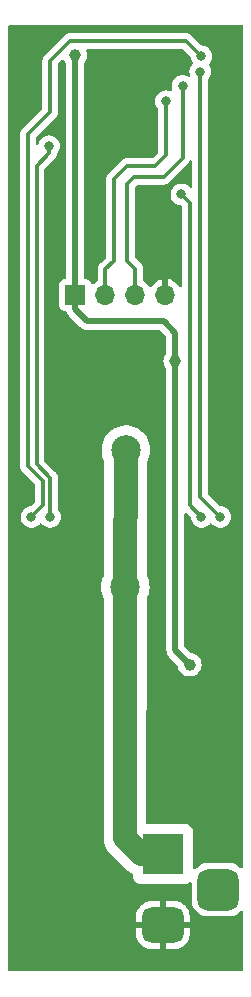
<source format=gbl>
%TF.GenerationSoftware,KiCad,Pcbnew,(6.0.2)*%
%TF.CreationDate,2022-02-19T19:11:57+01:00*%
%TF.ProjectId,hexalight,68657861-6c69-4676-9874-2e6b69636164,rev?*%
%TF.SameCoordinates,Original*%
%TF.FileFunction,Copper,L2,Bot*%
%TF.FilePolarity,Positive*%
%FSLAX46Y46*%
G04 Gerber Fmt 4.6, Leading zero omitted, Abs format (unit mm)*
G04 Created by KiCad (PCBNEW (6.0.2)) date 2022-02-19 19:11:57*
%MOMM*%
%LPD*%
G01*
G04 APERTURE LIST*
G04 Aperture macros list*
%AMRoundRect*
0 Rectangle with rounded corners*
0 $1 Rounding radius*
0 $2 $3 $4 $5 $6 $7 $8 $9 X,Y pos of 4 corners*
0 Add a 4 corners polygon primitive as box body*
4,1,4,$2,$3,$4,$5,$6,$7,$8,$9,$2,$3,0*
0 Add four circle primitives for the rounded corners*
1,1,$1+$1,$2,$3*
1,1,$1+$1,$4,$5*
1,1,$1+$1,$6,$7*
1,1,$1+$1,$8,$9*
0 Add four rect primitives between the rounded corners*
20,1,$1+$1,$2,$3,$4,$5,0*
20,1,$1+$1,$4,$5,$6,$7,0*
20,1,$1+$1,$6,$7,$8,$9,0*
20,1,$1+$1,$8,$9,$2,$3,0*%
G04 Aperture macros list end*
%TA.AperFunction,ComponentPad*%
%ADD10R,1.700000X1.700000*%
%TD*%
%TA.AperFunction,ComponentPad*%
%ADD11O,1.700000X1.700000*%
%TD*%
%TA.AperFunction,ComponentPad*%
%ADD12R,3.500000X3.500000*%
%TD*%
%TA.AperFunction,ComponentPad*%
%ADD13RoundRect,0.750000X1.000000X-0.750000X1.000000X0.750000X-1.000000X0.750000X-1.000000X-0.750000X0*%
%TD*%
%TA.AperFunction,ComponentPad*%
%ADD14RoundRect,0.875000X0.875000X-0.875000X0.875000X0.875000X-0.875000X0.875000X-0.875000X-0.875000X0*%
%TD*%
%TA.AperFunction,ViaPad*%
%ADD15C,1.000000*%
%TD*%
%TA.AperFunction,ViaPad*%
%ADD16C,2.500000*%
%TD*%
%TA.AperFunction,ViaPad*%
%ADD17C,0.800000*%
%TD*%
%TA.AperFunction,Conductor*%
%ADD18C,0.500000*%
%TD*%
%TA.AperFunction,Conductor*%
%ADD19C,2.000000*%
%TD*%
%TA.AperFunction,Conductor*%
%ADD20C,0.300000*%
%TD*%
G04 APERTURE END LIST*
D10*
X144028000Y-67310000D03*
D11*
X146568000Y-67310000D03*
X149108000Y-67310000D03*
X151648000Y-67310000D03*
D12*
X151442500Y-114650000D03*
D13*
X151442500Y-120650000D03*
D14*
X156142500Y-117650000D03*
D15*
X151130000Y-60960000D03*
X142400000Y-60900000D03*
X145700000Y-60900000D03*
X142300000Y-109900000D03*
X154700000Y-94300000D03*
X147701000Y-50165000D03*
X145669000Y-56769000D03*
X141660000Y-45740000D03*
X141900000Y-78000000D03*
X153700000Y-98600000D03*
X152500000Y-72900000D03*
X144000000Y-47000000D03*
D16*
X148258886Y-92048886D03*
X148300000Y-80400000D03*
D17*
X141800000Y-54700000D03*
X141900000Y-86100000D03*
X153000000Y-58800000D03*
X154700000Y-86100000D03*
X151700000Y-50900000D03*
X153100000Y-49600000D03*
X154600000Y-48400000D03*
X156300000Y-86100000D03*
X140300000Y-86100000D03*
X154700000Y-47100000D03*
D18*
X152500000Y-97400000D02*
X152500000Y-71800000D01*
X144028000Y-67310000D02*
X144028000Y-47028000D01*
X145000000Y-69500000D02*
X144028000Y-68528000D01*
X144028000Y-68528000D02*
X144028000Y-67310000D01*
X152500000Y-70500000D02*
X151500000Y-69500000D01*
X151500000Y-69500000D02*
X145000000Y-69500000D01*
X144028000Y-47028000D02*
X144000000Y-47000000D01*
X152500000Y-71800000D02*
X152500000Y-70500000D01*
X153700000Y-98600000D02*
X152500000Y-97400000D01*
D19*
X148258886Y-92048886D02*
X148280000Y-80510000D01*
X151442500Y-114650000D02*
X149570000Y-114650000D01*
X149570000Y-114650000D02*
X148220000Y-113300000D01*
X148220000Y-113300000D02*
X148258886Y-92048886D01*
D20*
X141900000Y-86100000D02*
X141900000Y-82800000D01*
X140750489Y-81650489D02*
X140750489Y-56349511D01*
X140750489Y-56349511D02*
X141800000Y-55300000D01*
X141800000Y-55300000D02*
X141800000Y-54700000D01*
X141900000Y-82800000D02*
X140750489Y-81650489D01*
X153700000Y-85100000D02*
X153700000Y-59500000D01*
X154700000Y-86100000D02*
X153700000Y-85100000D01*
X153700000Y-59500000D02*
X153000000Y-58800000D01*
X146568000Y-65132000D02*
X147300000Y-64400000D01*
X150800000Y-56400000D02*
X151700000Y-55500000D01*
X148400000Y-56400000D02*
X150800000Y-56400000D01*
X151700000Y-55500000D02*
X151700000Y-50900000D01*
X147300000Y-57500000D02*
X148400000Y-56400000D01*
X147300000Y-64400000D02*
X147300000Y-57500000D01*
X146568000Y-67310000D02*
X146568000Y-65132000D01*
X149000000Y-57300000D02*
X151500000Y-57300000D01*
X149108000Y-65108000D02*
X148400000Y-64400000D01*
X149108000Y-67310000D02*
X149108000Y-65108000D01*
X151500000Y-57300000D02*
X153100000Y-55700000D01*
X148400000Y-57900000D02*
X149000000Y-57300000D01*
X148400000Y-64400000D02*
X148400000Y-57900000D01*
X153100000Y-55700000D02*
X153100000Y-49600000D01*
X156300000Y-86100000D02*
X154600000Y-84400000D01*
X154600000Y-84400000D02*
X154600000Y-48400000D01*
X141900000Y-47474345D02*
X143574345Y-45800000D01*
X143574345Y-45800000D02*
X153400000Y-45800000D01*
X140300000Y-86100000D02*
X141300480Y-85099520D01*
X141900000Y-51800000D02*
X141900000Y-47474345D01*
X140000000Y-53700000D02*
X141900000Y-51800000D01*
X153400000Y-45800000D02*
X154700000Y-47100000D01*
X141300480Y-85099520D02*
X141300480Y-83100000D01*
X140000000Y-81799520D02*
X140000000Y-53700000D01*
X141300480Y-83100000D02*
X140000000Y-81799520D01*
%TA.AperFunction,Conductor*%
G36*
X158184121Y-44470002D02*
G01*
X158230614Y-44523658D01*
X158242000Y-44576000D01*
X158242000Y-115736087D01*
X158221998Y-115804208D01*
X158168342Y-115850701D01*
X158098068Y-115860805D01*
X158033488Y-115831311D01*
X158019690Y-115817330D01*
X158002753Y-115797252D01*
X157999319Y-115793181D01*
X157819856Y-115641791D01*
X157617452Y-115522804D01*
X157397893Y-115439620D01*
X157167457Y-115394619D01*
X157161727Y-115394309D01*
X157111552Y-115391591D01*
X157111537Y-115391591D01*
X157109864Y-115391500D01*
X155175136Y-115391500D01*
X155173463Y-115391591D01*
X155173448Y-115391591D01*
X155123273Y-115394309D01*
X155117543Y-115394619D01*
X154887107Y-115439620D01*
X154667548Y-115522804D01*
X154465144Y-115641791D01*
X154285681Y-115793181D01*
X154282247Y-115797252D01*
X154282241Y-115797258D01*
X154215309Y-115876602D01*
X154156097Y-115915774D01*
X154085107Y-115916715D01*
X154024877Y-115879126D01*
X153994531Y-115814942D01*
X153993000Y-115795359D01*
X153992999Y-112813957D01*
X153992999Y-112812164D01*
X153992726Y-112807411D01*
X153952327Y-112632423D01*
X153874164Y-112470734D01*
X153762120Y-112330380D01*
X153621766Y-112218336D01*
X153460077Y-112140173D01*
X153453216Y-112138589D01*
X153290288Y-112100974D01*
X153290285Y-112100974D01*
X153285089Y-112099774D01*
X153280337Y-112099500D01*
X153233936Y-112099500D01*
X150148931Y-112099501D01*
X150080810Y-112079499D01*
X150034317Y-112025843D01*
X150022931Y-111973270D01*
X150057529Y-93065345D01*
X150072798Y-93005454D01*
X150125581Y-92908240D01*
X150125582Y-92908238D01*
X150127631Y-92904464D01*
X150226456Y-92642930D01*
X150288873Y-92370404D01*
X150313726Y-92091929D01*
X150314177Y-92048886D01*
X150314008Y-92046406D01*
X150295453Y-91774228D01*
X150295452Y-91774222D01*
X150295161Y-91769951D01*
X150291633Y-91752912D01*
X150239336Y-91500384D01*
X150238465Y-91496178D01*
X150232620Y-91479670D01*
X150146570Y-91236673D01*
X150145139Y-91232632D01*
X150143175Y-91228827D01*
X150143169Y-91228813D01*
X150075271Y-91097265D01*
X150061236Y-91039244D01*
X150078777Y-81453048D01*
X150094046Y-81393157D01*
X150166695Y-81259354D01*
X150166696Y-81259352D01*
X150168745Y-81255578D01*
X150267570Y-80994044D01*
X150329987Y-80721518D01*
X150354840Y-80443043D01*
X150355291Y-80400000D01*
X150355122Y-80397520D01*
X150336567Y-80125342D01*
X150336566Y-80125336D01*
X150336275Y-80121065D01*
X150332747Y-80104026D01*
X150280450Y-79851498D01*
X150279579Y-79847292D01*
X150273734Y-79830784D01*
X150187684Y-79587787D01*
X150186253Y-79583746D01*
X150058022Y-79335304D01*
X149897261Y-79106563D01*
X149881785Y-79089908D01*
X149709861Y-78904896D01*
X149709860Y-78904895D01*
X149706944Y-78901757D01*
X149490591Y-78724675D01*
X149252208Y-78578594D01*
X149234738Y-78570925D01*
X149000133Y-78467940D01*
X149000129Y-78467939D01*
X148996205Y-78466216D01*
X148727319Y-78389622D01*
X148521307Y-78360302D01*
X148454778Y-78350834D01*
X148454776Y-78350834D01*
X148450526Y-78350229D01*
X148303177Y-78349457D01*
X148175233Y-78348787D01*
X148175226Y-78348787D01*
X148170947Y-78348765D01*
X148166703Y-78349324D01*
X148166699Y-78349324D01*
X148045358Y-78365299D01*
X147893757Y-78385257D01*
X147889617Y-78386390D01*
X147889615Y-78386390D01*
X147628228Y-78457898D01*
X147624083Y-78459032D01*
X147366917Y-78568722D01*
X147222110Y-78655388D01*
X147130700Y-78710095D01*
X147130696Y-78710098D01*
X147127018Y-78712299D01*
X146908823Y-78887106D01*
X146716371Y-79089908D01*
X146553223Y-79316952D01*
X146422398Y-79564038D01*
X146326317Y-79826592D01*
X146266757Y-80099757D01*
X146244822Y-80378477D01*
X146260916Y-80657596D01*
X146314741Y-80931948D01*
X146405303Y-81196457D01*
X146407225Y-81200278D01*
X146407226Y-81200281D01*
X146464487Y-81314130D01*
X146477922Y-81370976D01*
X146460243Y-91032730D01*
X146445597Y-91091458D01*
X146381284Y-91212924D01*
X146285203Y-91475478D01*
X146225643Y-91748643D01*
X146203708Y-92027363D01*
X146219802Y-92306482D01*
X146273627Y-92580834D01*
X146364189Y-92845343D01*
X146366116Y-92849174D01*
X146443099Y-93002238D01*
X146456534Y-93059083D01*
X146419603Y-113242289D01*
X146419400Y-113249202D01*
X146414726Y-113331511D01*
X146415155Y-113336175D01*
X146425270Y-113446260D01*
X146425465Y-113448635D01*
X146433798Y-113563609D01*
X146434821Y-113568168D01*
X146435836Y-113572695D01*
X146438362Y-113588736D01*
X146439213Y-113598001D01*
X146440324Y-113602541D01*
X146466599Y-113709920D01*
X146467154Y-113712285D01*
X146492382Y-113824731D01*
X146494067Y-113829089D01*
X146494070Y-113829097D01*
X146495740Y-113833415D01*
X146500610Y-113848909D01*
X146502821Y-113857945D01*
X146504590Y-113862269D01*
X146504591Y-113862272D01*
X146546437Y-113964556D01*
X146547336Y-113966815D01*
X146587231Y-114069966D01*
X146587235Y-114069974D01*
X146588918Y-114074326D01*
X146593519Y-114082410D01*
X146600630Y-114097025D01*
X146602378Y-114101297D01*
X146604152Y-114105632D01*
X146606543Y-114109651D01*
X146606547Y-114109659D01*
X146663058Y-114204646D01*
X146664280Y-114206744D01*
X146721287Y-114306909D01*
X146727040Y-114314234D01*
X146736217Y-114327613D01*
X146740981Y-114335621D01*
X146743937Y-114339239D01*
X146743942Y-114339246D01*
X146813896Y-114424864D01*
X146815416Y-114426761D01*
X146883690Y-114513694D01*
X146883694Y-114513699D01*
X146886580Y-114517373D01*
X146889983Y-114520586D01*
X146965884Y-114592249D01*
X146968478Y-114594770D01*
X148257150Y-115883441D01*
X148262058Y-115888635D01*
X148286281Y-115915774D01*
X148315760Y-115948803D01*
X148405790Y-116023679D01*
X148407376Y-116025023D01*
X148492474Y-116098350D01*
X148492480Y-116098354D01*
X148496018Y-116101403D01*
X148499974Y-116103899D01*
X148502391Y-116105424D01*
X148515725Y-116115112D01*
X148521512Y-116119925D01*
X148612352Y-116175048D01*
X148621490Y-116180593D01*
X148623361Y-116181750D01*
X148722346Y-116244205D01*
X148726632Y-116246091D01*
X148726636Y-116246093D01*
X148729244Y-116247241D01*
X148743851Y-116254844D01*
X148750298Y-116258756D01*
X148814728Y-116285774D01*
X148869813Y-116330562D01*
X148892001Y-116401970D01*
X148892001Y-116487836D01*
X148892274Y-116492589D01*
X148932673Y-116667577D01*
X149010836Y-116829266D01*
X149122880Y-116969620D01*
X149263234Y-117081664D01*
X149424923Y-117159827D01*
X149431784Y-117161411D01*
X149594712Y-117199026D01*
X149594715Y-117199026D01*
X149599911Y-117200226D01*
X149604663Y-117200500D01*
X149606487Y-117200500D01*
X151458251Y-117200499D01*
X153280336Y-117200499D01*
X153285089Y-117200226D01*
X153460077Y-117159827D01*
X153621766Y-117081664D01*
X153679392Y-117035662D01*
X153745107Y-117008794D01*
X153814917Y-117021721D01*
X153866656Y-117070338D01*
X153884000Y-117134133D01*
X153884000Y-118617364D01*
X153884091Y-118619037D01*
X153884091Y-118619052D01*
X153885652Y-118647865D01*
X153887119Y-118674957D01*
X153932120Y-118905393D01*
X154015304Y-119124952D01*
X154134291Y-119327356D01*
X154285681Y-119506819D01*
X154465144Y-119658209D01*
X154667548Y-119777196D01*
X154887107Y-119860380D01*
X155117543Y-119905381D01*
X155121901Y-119905617D01*
X155173448Y-119908409D01*
X155173463Y-119908409D01*
X155175136Y-119908500D01*
X157109864Y-119908500D01*
X157111537Y-119908409D01*
X157111552Y-119908409D01*
X157163099Y-119905617D01*
X157167457Y-119905381D01*
X157397893Y-119860380D01*
X157617452Y-119777196D01*
X157819856Y-119658209D01*
X157999319Y-119506819D01*
X158019691Y-119482669D01*
X158078902Y-119443498D01*
X158149893Y-119442557D01*
X158210122Y-119480146D01*
X158240469Y-119544330D01*
X158242000Y-119563913D01*
X158242000Y-124461000D01*
X158221998Y-124529121D01*
X158168342Y-124575614D01*
X158116000Y-124587000D01*
X138429000Y-124587000D01*
X138360879Y-124566998D01*
X138314386Y-124513342D01*
X138303000Y-124461000D01*
X138303000Y-121459961D01*
X149184501Y-121459961D01*
X149184709Y-121465071D01*
X149195582Y-121598767D01*
X149197352Y-121609320D01*
X149250467Y-121816185D01*
X149254201Y-121826731D01*
X149343010Y-122020705D01*
X149348546Y-122030412D01*
X149470303Y-122205597D01*
X149477476Y-122214176D01*
X149628324Y-122365024D01*
X149636903Y-122372197D01*
X149812088Y-122493954D01*
X149821795Y-122499490D01*
X150015769Y-122588299D01*
X150026315Y-122592033D01*
X150233179Y-122645147D01*
X150243734Y-122646918D01*
X150377430Y-122657793D01*
X150382536Y-122658000D01*
X151170385Y-122658000D01*
X151185624Y-122653525D01*
X151186829Y-122652135D01*
X151188500Y-122644452D01*
X151188500Y-122639884D01*
X151696500Y-122639884D01*
X151700975Y-122655123D01*
X151702365Y-122656328D01*
X151710048Y-122657999D01*
X152502461Y-122657999D01*
X152507571Y-122657791D01*
X152641267Y-122646918D01*
X152651820Y-122645148D01*
X152858685Y-122592033D01*
X152869231Y-122588299D01*
X153063205Y-122499490D01*
X153072912Y-122493954D01*
X153248097Y-122372197D01*
X153256676Y-122365024D01*
X153407524Y-122214176D01*
X153414697Y-122205597D01*
X153536454Y-122030412D01*
X153541990Y-122020705D01*
X153630799Y-121826731D01*
X153634533Y-121816185D01*
X153687647Y-121609321D01*
X153689418Y-121598766D01*
X153700293Y-121465070D01*
X153700500Y-121459964D01*
X153700500Y-120922115D01*
X153696025Y-120906876D01*
X153694635Y-120905671D01*
X153686952Y-120904000D01*
X151714615Y-120904000D01*
X151699376Y-120908475D01*
X151698171Y-120909865D01*
X151696500Y-120917548D01*
X151696500Y-122639884D01*
X151188500Y-122639884D01*
X151188500Y-120922115D01*
X151184025Y-120906876D01*
X151182635Y-120905671D01*
X151174952Y-120904000D01*
X149202616Y-120904000D01*
X149187377Y-120908475D01*
X149186172Y-120909865D01*
X149184501Y-120917548D01*
X149184501Y-121459961D01*
X138303000Y-121459961D01*
X138303000Y-120377885D01*
X149184500Y-120377885D01*
X149188975Y-120393124D01*
X149190365Y-120394329D01*
X149198048Y-120396000D01*
X151170385Y-120396000D01*
X151185624Y-120391525D01*
X151186829Y-120390135D01*
X151188500Y-120382452D01*
X151188500Y-120377885D01*
X151696500Y-120377885D01*
X151700975Y-120393124D01*
X151702365Y-120394329D01*
X151710048Y-120396000D01*
X153682384Y-120396000D01*
X153697623Y-120391525D01*
X153698828Y-120390135D01*
X153700499Y-120382452D01*
X153700499Y-119840039D01*
X153700291Y-119834929D01*
X153689418Y-119701233D01*
X153687648Y-119690680D01*
X153634533Y-119483815D01*
X153630799Y-119473269D01*
X153541990Y-119279295D01*
X153536454Y-119269588D01*
X153414697Y-119094403D01*
X153407524Y-119085824D01*
X153256676Y-118934976D01*
X153248097Y-118927803D01*
X153072912Y-118806046D01*
X153063205Y-118800510D01*
X152869231Y-118711701D01*
X152858685Y-118707967D01*
X152651821Y-118654853D01*
X152641266Y-118653082D01*
X152507570Y-118642207D01*
X152502464Y-118642000D01*
X151714615Y-118642000D01*
X151699376Y-118646475D01*
X151698171Y-118647865D01*
X151696500Y-118655548D01*
X151696500Y-120377885D01*
X151188500Y-120377885D01*
X151188500Y-118660116D01*
X151184025Y-118644877D01*
X151182635Y-118643672D01*
X151174952Y-118642001D01*
X150382539Y-118642001D01*
X150377429Y-118642209D01*
X150243733Y-118653082D01*
X150233180Y-118654852D01*
X150026315Y-118707967D01*
X150015769Y-118711701D01*
X149821795Y-118800510D01*
X149812088Y-118806046D01*
X149636903Y-118927803D01*
X149628324Y-118934976D01*
X149477476Y-119085824D01*
X149470303Y-119094403D01*
X149348546Y-119269588D01*
X149343010Y-119279295D01*
X149254201Y-119473269D01*
X149250467Y-119483815D01*
X149197353Y-119690679D01*
X149195582Y-119701234D01*
X149184707Y-119834930D01*
X149184500Y-119840036D01*
X149184500Y-120377885D01*
X138303000Y-120377885D01*
X138303000Y-53679152D01*
X139336594Y-53679152D01*
X139337340Y-53687043D01*
X139340941Y-53725138D01*
X139341500Y-53736996D01*
X139341500Y-81717464D01*
X139340941Y-81729320D01*
X139339212Y-81737057D01*
X139339461Y-81744979D01*
X139341438Y-81807889D01*
X139341500Y-81811847D01*
X139341500Y-81840952D01*
X139342056Y-81845352D01*
X139342988Y-81857184D01*
X139344438Y-81903351D01*
X139346650Y-81910964D01*
X139346650Y-81910965D01*
X139350419Y-81923936D01*
X139354430Y-81943302D01*
X139357118Y-81964584D01*
X139360034Y-81971949D01*
X139360035Y-81971953D01*
X139374126Y-82007541D01*
X139377965Y-82018751D01*
X139390855Y-82063120D01*
X139401775Y-82081585D01*
X139410466Y-82099325D01*
X139418365Y-82119276D01*
X139445516Y-82156646D01*
X139452033Y-82166568D01*
X139471507Y-82199497D01*
X139471510Y-82199501D01*
X139475547Y-82206327D01*
X139490711Y-82221491D01*
X139503551Y-82236524D01*
X139516159Y-82253877D01*
X139551752Y-82283322D01*
X139560532Y-82291312D01*
X140605075Y-83335854D01*
X140639100Y-83398166D01*
X140641980Y-83424949D01*
X140641980Y-84774570D01*
X140621978Y-84842691D01*
X140605075Y-84863666D01*
X140314144Y-85154596D01*
X140251832Y-85188621D01*
X140225049Y-85191500D01*
X140204513Y-85191500D01*
X140198061Y-85192872D01*
X140198056Y-85192872D01*
X140111112Y-85211353D01*
X140017712Y-85231206D01*
X140011682Y-85233891D01*
X140011681Y-85233891D01*
X139849278Y-85306197D01*
X139849276Y-85306198D01*
X139843248Y-85308882D01*
X139688747Y-85421134D01*
X139560960Y-85563056D01*
X139465473Y-85728444D01*
X139406458Y-85910072D01*
X139386496Y-86100000D01*
X139406458Y-86289928D01*
X139465473Y-86471556D01*
X139560960Y-86636944D01*
X139565378Y-86641851D01*
X139565379Y-86641852D01*
X139684325Y-86773955D01*
X139688747Y-86778866D01*
X139843248Y-86891118D01*
X139849276Y-86893802D01*
X139849278Y-86893803D01*
X140011681Y-86966109D01*
X140017712Y-86968794D01*
X140111112Y-86988647D01*
X140198056Y-87007128D01*
X140198061Y-87007128D01*
X140204513Y-87008500D01*
X140395487Y-87008500D01*
X140401939Y-87007128D01*
X140401944Y-87007128D01*
X140488888Y-86988647D01*
X140582288Y-86968794D01*
X140588319Y-86966109D01*
X140750722Y-86893803D01*
X140750724Y-86893802D01*
X140756752Y-86891118D01*
X140911253Y-86778866D01*
X141006365Y-86673233D01*
X141066810Y-86635994D01*
X141137793Y-86637346D01*
X141193635Y-86673233D01*
X141288747Y-86778866D01*
X141443248Y-86891118D01*
X141449276Y-86893802D01*
X141449278Y-86893803D01*
X141611681Y-86966109D01*
X141617712Y-86968794D01*
X141711112Y-86988647D01*
X141798056Y-87007128D01*
X141798061Y-87007128D01*
X141804513Y-87008500D01*
X141995487Y-87008500D01*
X142001939Y-87007128D01*
X142001944Y-87007128D01*
X142088888Y-86988647D01*
X142182288Y-86968794D01*
X142188319Y-86966109D01*
X142350722Y-86893803D01*
X142350724Y-86893802D01*
X142356752Y-86891118D01*
X142511253Y-86778866D01*
X142515675Y-86773955D01*
X142634621Y-86641852D01*
X142634622Y-86641851D01*
X142639040Y-86636944D01*
X142734527Y-86471556D01*
X142793542Y-86289928D01*
X142813504Y-86100000D01*
X142793542Y-85910072D01*
X142734527Y-85728444D01*
X142639040Y-85563056D01*
X142590864Y-85509551D01*
X142560146Y-85445544D01*
X142558500Y-85425241D01*
X142558500Y-82882056D01*
X142559059Y-82870200D01*
X142559059Y-82870197D01*
X142560788Y-82862463D01*
X142558562Y-82791631D01*
X142558500Y-82787673D01*
X142558500Y-82758568D01*
X142557944Y-82754168D01*
X142557012Y-82742330D01*
X142555811Y-82704094D01*
X142555562Y-82696169D01*
X142549580Y-82675579D01*
X142545570Y-82656216D01*
X142543875Y-82642796D01*
X142543875Y-82642795D01*
X142542882Y-82634936D01*
X142539966Y-82627571D01*
X142539965Y-82627567D01*
X142525874Y-82591979D01*
X142522035Y-82580769D01*
X142509145Y-82536400D01*
X142498225Y-82517935D01*
X142489534Y-82500195D01*
X142481635Y-82480244D01*
X142454482Y-82442871D01*
X142447967Y-82432952D01*
X142428493Y-82400023D01*
X142428490Y-82400019D01*
X142424453Y-82393193D01*
X142409289Y-82378029D01*
X142396448Y-82362995D01*
X142388501Y-82352057D01*
X142383841Y-82345643D01*
X142348247Y-82316197D01*
X142339468Y-82308208D01*
X141445894Y-81414634D01*
X141411868Y-81352322D01*
X141408989Y-81325539D01*
X141408989Y-56674461D01*
X141428991Y-56606340D01*
X141445894Y-56585366D01*
X142207605Y-55823655D01*
X142216385Y-55815665D01*
X142216387Y-55815663D01*
X142223080Y-55811416D01*
X142271605Y-55759742D01*
X142274359Y-55756901D01*
X142294927Y-55736333D01*
X142297647Y-55732826D01*
X142305353Y-55723804D01*
X142331544Y-55695913D01*
X142336972Y-55690133D01*
X142340794Y-55683181D01*
X142347303Y-55671342D01*
X142358157Y-55654818D01*
X142366445Y-55644132D01*
X142371304Y-55637868D01*
X142374452Y-55630594D01*
X142389654Y-55595465D01*
X142394876Y-55584805D01*
X142413305Y-55551284D01*
X142413306Y-55551282D01*
X142417124Y-55544337D01*
X142422459Y-55523559D01*
X142428858Y-55504869D01*
X142437380Y-55485176D01*
X142444606Y-55439552D01*
X142447013Y-55427929D01*
X142456528Y-55390868D01*
X142458500Y-55383188D01*
X142458500Y-55374761D01*
X142458610Y-55374385D01*
X142459493Y-55367398D01*
X142460620Y-55367540D01*
X142478502Y-55306640D01*
X142490863Y-55290451D01*
X142534620Y-55241853D01*
X142539040Y-55236944D01*
X142546859Y-55223402D01*
X142631223Y-55077279D01*
X142631224Y-55077278D01*
X142634527Y-55071556D01*
X142693542Y-54889928D01*
X142713504Y-54700000D01*
X142693542Y-54510072D01*
X142634527Y-54328444D01*
X142539040Y-54163056D01*
X142411253Y-54021134D01*
X142256752Y-53908882D01*
X142250724Y-53906198D01*
X142250722Y-53906197D01*
X142088319Y-53833891D01*
X142088318Y-53833891D01*
X142082288Y-53831206D01*
X141988887Y-53811353D01*
X141901944Y-53792872D01*
X141901939Y-53792872D01*
X141895487Y-53791500D01*
X141704513Y-53791500D01*
X141698061Y-53792872D01*
X141698056Y-53792872D01*
X141611113Y-53811353D01*
X141517712Y-53831206D01*
X141511682Y-53833891D01*
X141511681Y-53833891D01*
X141349278Y-53906197D01*
X141349276Y-53906198D01*
X141343248Y-53908882D01*
X141188747Y-54021134D01*
X141060960Y-54163056D01*
X140965473Y-54328444D01*
X140906458Y-54510072D01*
X140906295Y-54510019D01*
X140874018Y-54569804D01*
X140811868Y-54604125D01*
X140741029Y-54599397D01*
X140683992Y-54557121D01*
X140658865Y-54490719D01*
X140658500Y-54481133D01*
X140658500Y-54024950D01*
X140678502Y-53956829D01*
X140695405Y-53935855D01*
X142307605Y-52323655D01*
X142316385Y-52315665D01*
X142316387Y-52315663D01*
X142323080Y-52311416D01*
X142371605Y-52259742D01*
X142374359Y-52256901D01*
X142394927Y-52236333D01*
X142397647Y-52232826D01*
X142405353Y-52223804D01*
X142431544Y-52195913D01*
X142436972Y-52190133D01*
X142440794Y-52183181D01*
X142447303Y-52171342D01*
X142458157Y-52154818D01*
X142466445Y-52144132D01*
X142471304Y-52137868D01*
X142474452Y-52130594D01*
X142489654Y-52095465D01*
X142494876Y-52084805D01*
X142513305Y-52051284D01*
X142513306Y-52051282D01*
X142517124Y-52044337D01*
X142522459Y-52023559D01*
X142528858Y-52004869D01*
X142537380Y-51985176D01*
X142544606Y-51939552D01*
X142547013Y-51927929D01*
X142556528Y-51890868D01*
X142558500Y-51883188D01*
X142558500Y-51861741D01*
X142560051Y-51842031D01*
X142562166Y-51828677D01*
X142563406Y-51820848D01*
X142559059Y-51774859D01*
X142558500Y-51763004D01*
X142558500Y-47799296D01*
X142578502Y-47731175D01*
X142595404Y-47710201D01*
X142893092Y-47412513D01*
X142955404Y-47378488D01*
X143026219Y-47383552D01*
X143083055Y-47426099D01*
X143094253Y-47444013D01*
X143111350Y-47477279D01*
X143148187Y-47548956D01*
X143152013Y-47553783D01*
X143242246Y-47667630D01*
X143268883Y-47733440D01*
X143269500Y-47745894D01*
X143269500Y-65825500D01*
X143249498Y-65893621D01*
X143195842Y-65940114D01*
X143143500Y-65951500D01*
X143129866Y-65951500D01*
X143067684Y-65958255D01*
X142931295Y-66009385D01*
X142814739Y-66096739D01*
X142727385Y-66213295D01*
X142676255Y-66349684D01*
X142669500Y-66411866D01*
X142669500Y-68208134D01*
X142676255Y-68270316D01*
X142727385Y-68406705D01*
X142814739Y-68523261D01*
X142931295Y-68610615D01*
X143067684Y-68661745D01*
X143129866Y-68668500D01*
X143183740Y-68668500D01*
X143251861Y-68688502D01*
X143298354Y-68742158D01*
X143302179Y-68751509D01*
X143309724Y-68772295D01*
X143311152Y-68776455D01*
X143333649Y-68845899D01*
X143337445Y-68852154D01*
X143339951Y-68857628D01*
X143342670Y-68863058D01*
X143345167Y-68869937D01*
X143349180Y-68876057D01*
X143349180Y-68876058D01*
X143385186Y-68930976D01*
X143387523Y-68934680D01*
X143425405Y-68997107D01*
X143429121Y-69001315D01*
X143429122Y-69001316D01*
X143432803Y-69005484D01*
X143432776Y-69005508D01*
X143435429Y-69008500D01*
X143438132Y-69011733D01*
X143442144Y-69017852D01*
X143447456Y-69022884D01*
X143498383Y-69071128D01*
X143500825Y-69073506D01*
X144416230Y-69988911D01*
X144428616Y-70003323D01*
X144437149Y-70014918D01*
X144437154Y-70014923D01*
X144441492Y-70020818D01*
X144447070Y-70025557D01*
X144447073Y-70025560D01*
X144481768Y-70055035D01*
X144489284Y-70061965D01*
X144494980Y-70067661D01*
X144497841Y-70069924D01*
X144497846Y-70069929D01*
X144517256Y-70085285D01*
X144520658Y-70088074D01*
X144576285Y-70135333D01*
X144582802Y-70138661D01*
X144587850Y-70142027D01*
X144592972Y-70145190D01*
X144598716Y-70149735D01*
X144664895Y-70180664D01*
X144668779Y-70182563D01*
X144733808Y-70215769D01*
X144740923Y-70217510D01*
X144746578Y-70219613D01*
X144752317Y-70221522D01*
X144758950Y-70224622D01*
X144830435Y-70239491D01*
X144834701Y-70240457D01*
X144905610Y-70257808D01*
X144911212Y-70258156D01*
X144911215Y-70258156D01*
X144916764Y-70258500D01*
X144916762Y-70258535D01*
X144920734Y-70258775D01*
X144924955Y-70259152D01*
X144932115Y-70260641D01*
X145009542Y-70258546D01*
X145012950Y-70258500D01*
X151133629Y-70258500D01*
X151201750Y-70278502D01*
X151222724Y-70295405D01*
X151704595Y-70777276D01*
X151738621Y-70839588D01*
X151741500Y-70866371D01*
X151741500Y-72189071D01*
X151721498Y-72257192D01*
X151712030Y-72270051D01*
X151663846Y-72327474D01*
X151660879Y-72332872D01*
X151660875Y-72332877D01*
X151582095Y-72476180D01*
X151568567Y-72500787D01*
X151508765Y-72689306D01*
X151486719Y-72885851D01*
X151503268Y-73082934D01*
X151557783Y-73273050D01*
X151648187Y-73448956D01*
X151652010Y-73453780D01*
X151652013Y-73453784D01*
X151714246Y-73532303D01*
X151740883Y-73598113D01*
X151741500Y-73610567D01*
X151741500Y-97332930D01*
X151740067Y-97351880D01*
X151736801Y-97373349D01*
X151737394Y-97380641D01*
X151737394Y-97380644D01*
X151741085Y-97426018D01*
X151741500Y-97436233D01*
X151741500Y-97444293D01*
X151741925Y-97447937D01*
X151744789Y-97472507D01*
X151745222Y-97476882D01*
X151751140Y-97549637D01*
X151753396Y-97556601D01*
X151754587Y-97562560D01*
X151755971Y-97568415D01*
X151756818Y-97575681D01*
X151781735Y-97644327D01*
X151783152Y-97648455D01*
X151805649Y-97717899D01*
X151809445Y-97724154D01*
X151811951Y-97729628D01*
X151814670Y-97735058D01*
X151817167Y-97741937D01*
X151821180Y-97748057D01*
X151821180Y-97748058D01*
X151857186Y-97802976D01*
X151859523Y-97806680D01*
X151897405Y-97869107D01*
X151901121Y-97873315D01*
X151901122Y-97873316D01*
X151904803Y-97877484D01*
X151904776Y-97877508D01*
X151907429Y-97880500D01*
X151910132Y-97883733D01*
X151914144Y-97889852D01*
X151919456Y-97894884D01*
X151970383Y-97943128D01*
X151972825Y-97945506D01*
X152660856Y-98633537D01*
X152694882Y-98695849D01*
X152697319Y-98712089D01*
X152703268Y-98782934D01*
X152757783Y-98973050D01*
X152848187Y-99148956D01*
X152971035Y-99303953D01*
X153121650Y-99432136D01*
X153294294Y-99528624D01*
X153482392Y-99589740D01*
X153678777Y-99613158D01*
X153684912Y-99612686D01*
X153684914Y-99612686D01*
X153869830Y-99598457D01*
X153869834Y-99598456D01*
X153875972Y-99597984D01*
X154066463Y-99544798D01*
X154071967Y-99542018D01*
X154071969Y-99542017D01*
X154237495Y-99458404D01*
X154237497Y-99458403D01*
X154242996Y-99455625D01*
X154398847Y-99333861D01*
X154528078Y-99184145D01*
X154625769Y-99012179D01*
X154688197Y-98824513D01*
X154712985Y-98628295D01*
X154713380Y-98600000D01*
X154694080Y-98403167D01*
X154636916Y-98213831D01*
X154544066Y-98039204D01*
X154465708Y-97943128D01*
X154422960Y-97890713D01*
X154422957Y-97890710D01*
X154419065Y-97885938D01*
X154398720Y-97869107D01*
X154271425Y-97763799D01*
X154271421Y-97763797D01*
X154266675Y-97759870D01*
X154092701Y-97665802D01*
X153903768Y-97607318D01*
X153897646Y-97606675D01*
X153897643Y-97606674D01*
X153852878Y-97601969D01*
X153809836Y-97597446D01*
X153744180Y-97570433D01*
X153733912Y-97561231D01*
X153295405Y-97122724D01*
X153261379Y-97060412D01*
X153258500Y-97033629D01*
X153258500Y-85893950D01*
X153278502Y-85825829D01*
X153332158Y-85779336D01*
X153402432Y-85769232D01*
X153467012Y-85798726D01*
X153473595Y-85804855D01*
X153757030Y-86088290D01*
X153791056Y-86150602D01*
X153793244Y-86164211D01*
X153806458Y-86289928D01*
X153865473Y-86471556D01*
X153960960Y-86636944D01*
X153965378Y-86641851D01*
X153965379Y-86641852D01*
X154084325Y-86773955D01*
X154088747Y-86778866D01*
X154243248Y-86891118D01*
X154249276Y-86893802D01*
X154249278Y-86893803D01*
X154411681Y-86966109D01*
X154417712Y-86968794D01*
X154511112Y-86988647D01*
X154598056Y-87007128D01*
X154598061Y-87007128D01*
X154604513Y-87008500D01*
X154795487Y-87008500D01*
X154801939Y-87007128D01*
X154801944Y-87007128D01*
X154888888Y-86988647D01*
X154982288Y-86968794D01*
X154988319Y-86966109D01*
X155150722Y-86893803D01*
X155150724Y-86893802D01*
X155156752Y-86891118D01*
X155311253Y-86778866D01*
X155406365Y-86673233D01*
X155466810Y-86635994D01*
X155537793Y-86637346D01*
X155593635Y-86673233D01*
X155688747Y-86778866D01*
X155843248Y-86891118D01*
X155849276Y-86893802D01*
X155849278Y-86893803D01*
X156011681Y-86966109D01*
X156017712Y-86968794D01*
X156111112Y-86988647D01*
X156198056Y-87007128D01*
X156198061Y-87007128D01*
X156204513Y-87008500D01*
X156395487Y-87008500D01*
X156401939Y-87007128D01*
X156401944Y-87007128D01*
X156488888Y-86988647D01*
X156582288Y-86968794D01*
X156588319Y-86966109D01*
X156750722Y-86893803D01*
X156750724Y-86893802D01*
X156756752Y-86891118D01*
X156911253Y-86778866D01*
X156915675Y-86773955D01*
X157034621Y-86641852D01*
X157034622Y-86641851D01*
X157039040Y-86636944D01*
X157134527Y-86471556D01*
X157193542Y-86289928D01*
X157213504Y-86100000D01*
X157193542Y-85910072D01*
X157134527Y-85728444D01*
X157039040Y-85563056D01*
X156911253Y-85421134D01*
X156756752Y-85308882D01*
X156750724Y-85306198D01*
X156750722Y-85306197D01*
X156588319Y-85233891D01*
X156588318Y-85233891D01*
X156582288Y-85231206D01*
X156488888Y-85211353D01*
X156401944Y-85192872D01*
X156401939Y-85192872D01*
X156395487Y-85191500D01*
X156374950Y-85191500D01*
X156306829Y-85171498D01*
X156285855Y-85154595D01*
X155295405Y-84164145D01*
X155261379Y-84101833D01*
X155258500Y-84075050D01*
X155258500Y-49074759D01*
X155278502Y-49006638D01*
X155290864Y-48990449D01*
X155334621Y-48941852D01*
X155334622Y-48941851D01*
X155339040Y-48936944D01*
X155414527Y-48806197D01*
X155431223Y-48777279D01*
X155431224Y-48777278D01*
X155434527Y-48771556D01*
X155493542Y-48589928D01*
X155513504Y-48400000D01*
X155493542Y-48210072D01*
X155434527Y-48028444D01*
X155344339Y-47872234D01*
X155327601Y-47803239D01*
X155350821Y-47736147D01*
X155359810Y-47724938D01*
X155439040Y-47636944D01*
X155534527Y-47471556D01*
X155593542Y-47289928D01*
X155595035Y-47275728D01*
X155612814Y-47106565D01*
X155613504Y-47100000D01*
X155599705Y-46968707D01*
X155594232Y-46916635D01*
X155594232Y-46916633D01*
X155593542Y-46910072D01*
X155534527Y-46728444D01*
X155439040Y-46563056D01*
X155373177Y-46489907D01*
X155315675Y-46426045D01*
X155315674Y-46426044D01*
X155311253Y-46421134D01*
X155156752Y-46308882D01*
X155150724Y-46306198D01*
X155150722Y-46306197D01*
X154988319Y-46233891D01*
X154988318Y-46233891D01*
X154982288Y-46231206D01*
X154888887Y-46211353D01*
X154801944Y-46192872D01*
X154801939Y-46192872D01*
X154795487Y-46191500D01*
X154774950Y-46191500D01*
X154706829Y-46171498D01*
X154685855Y-46154595D01*
X153923655Y-45392395D01*
X153915665Y-45383615D01*
X153915663Y-45383613D01*
X153911416Y-45376920D01*
X153884627Y-45351763D01*
X153859743Y-45328396D01*
X153856901Y-45325641D01*
X153836333Y-45305073D01*
X153832826Y-45302353D01*
X153823804Y-45294647D01*
X153790133Y-45263028D01*
X153783181Y-45259206D01*
X153771342Y-45252697D01*
X153754818Y-45241843D01*
X153744132Y-45233555D01*
X153737868Y-45228696D01*
X153730596Y-45225549D01*
X153730594Y-45225548D01*
X153695465Y-45210346D01*
X153684805Y-45205124D01*
X153651284Y-45186695D01*
X153651282Y-45186694D01*
X153644337Y-45182876D01*
X153623559Y-45177541D01*
X153604869Y-45171142D01*
X153585176Y-45162620D01*
X153539552Y-45155394D01*
X153527929Y-45152987D01*
X153493661Y-45144189D01*
X153483188Y-45141500D01*
X153461741Y-45141500D01*
X153442031Y-45139949D01*
X153428677Y-45137834D01*
X153420848Y-45136594D01*
X153374859Y-45140941D01*
X153363004Y-45141500D01*
X143656401Y-45141500D01*
X143644545Y-45140941D01*
X143644542Y-45140941D01*
X143636808Y-45139212D01*
X143581791Y-45140941D01*
X143565976Y-45141438D01*
X143562018Y-45141500D01*
X143532913Y-45141500D01*
X143528513Y-45142056D01*
X143516681Y-45142988D01*
X143470514Y-45144438D01*
X143449924Y-45150420D01*
X143430563Y-45154430D01*
X143423575Y-45155312D01*
X143417141Y-45156125D01*
X143417140Y-45156125D01*
X143409281Y-45157118D01*
X143401916Y-45160034D01*
X143401912Y-45160035D01*
X143366327Y-45174124D01*
X143355097Y-45177969D01*
X143310744Y-45190855D01*
X143303920Y-45194891D01*
X143292288Y-45201770D01*
X143274532Y-45210469D01*
X143254589Y-45218365D01*
X143240370Y-45228696D01*
X143217213Y-45245520D01*
X143207294Y-45252035D01*
X143174368Y-45271508D01*
X143174364Y-45271511D01*
X143167538Y-45275548D01*
X143152377Y-45290709D01*
X143137345Y-45303548D01*
X143119988Y-45316159D01*
X143114938Y-45322263D01*
X143114936Y-45322265D01*
X143090533Y-45351763D01*
X143082544Y-45360541D01*
X141492396Y-46950690D01*
X141483613Y-46958682D01*
X141476920Y-46962929D01*
X141471494Y-46968707D01*
X141428395Y-47014603D01*
X141425640Y-47017445D01*
X141405073Y-47038012D01*
X141402356Y-47041515D01*
X141394648Y-47050540D01*
X141363028Y-47084212D01*
X141359207Y-47091163D01*
X141359206Y-47091164D01*
X141352697Y-47103003D01*
X141341843Y-47119527D01*
X141334018Y-47129616D01*
X141328696Y-47136477D01*
X141325549Y-47143749D01*
X141325548Y-47143751D01*
X141310346Y-47178880D01*
X141305124Y-47189540D01*
X141289262Y-47218393D01*
X141282876Y-47230008D01*
X141277541Y-47250786D01*
X141271142Y-47269476D01*
X141262620Y-47289169D01*
X141261380Y-47297000D01*
X141255394Y-47334793D01*
X141252987Y-47346416D01*
X141241500Y-47391157D01*
X141241500Y-47412604D01*
X141239949Y-47432314D01*
X141236594Y-47453497D01*
X141237340Y-47461388D01*
X141240941Y-47499483D01*
X141241500Y-47511341D01*
X141241500Y-51475050D01*
X141221498Y-51543171D01*
X141204595Y-51564145D01*
X139592395Y-53176345D01*
X139583615Y-53184335D01*
X139583613Y-53184337D01*
X139576920Y-53188584D01*
X139571494Y-53194362D01*
X139571493Y-53194363D01*
X139528396Y-53240257D01*
X139525641Y-53243099D01*
X139505073Y-53263667D01*
X139502356Y-53267170D01*
X139494648Y-53276195D01*
X139463028Y-53309867D01*
X139459207Y-53316818D01*
X139459206Y-53316819D01*
X139452697Y-53328658D01*
X139441843Y-53345182D01*
X139434018Y-53355271D01*
X139428696Y-53362132D01*
X139425549Y-53369404D01*
X139425548Y-53369406D01*
X139410346Y-53404535D01*
X139405124Y-53415195D01*
X139382876Y-53455663D01*
X139377541Y-53476441D01*
X139371142Y-53495131D01*
X139362620Y-53514824D01*
X139361380Y-53522655D01*
X139355394Y-53560448D01*
X139352987Y-53572071D01*
X139341500Y-53616812D01*
X139341500Y-53638259D01*
X139339949Y-53657969D01*
X139336594Y-53679152D01*
X138303000Y-53679152D01*
X138303000Y-44576000D01*
X138323002Y-44507879D01*
X138376658Y-44461386D01*
X138429000Y-44450000D01*
X158116000Y-44450000D01*
X158184121Y-44470002D01*
G37*
%TD.AperFunction*%
%TA.AperFunction,Conductor*%
G36*
X153891295Y-55926281D02*
G01*
X153933680Y-55983237D01*
X153941500Y-56026935D01*
X153941500Y-58159670D01*
X153921498Y-58227791D01*
X153867842Y-58274284D01*
X153797568Y-58284388D01*
X153732988Y-58254894D01*
X153721864Y-58243980D01*
X153615675Y-58126045D01*
X153615674Y-58126044D01*
X153611253Y-58121134D01*
X153456752Y-58008882D01*
X153450724Y-58006198D01*
X153450722Y-58006197D01*
X153288319Y-57933891D01*
X153288318Y-57933891D01*
X153282288Y-57931206D01*
X153178500Y-57909145D01*
X153101944Y-57892872D01*
X153101939Y-57892872D01*
X153095487Y-57891500D01*
X152904513Y-57891500D01*
X152898061Y-57892872D01*
X152898056Y-57892872D01*
X152821500Y-57909145D01*
X152717712Y-57931206D01*
X152711682Y-57933891D01*
X152711681Y-57933891D01*
X152549278Y-58006197D01*
X152549276Y-58006198D01*
X152543248Y-58008882D01*
X152388747Y-58121134D01*
X152260960Y-58263056D01*
X152165473Y-58428444D01*
X152106458Y-58610072D01*
X152086496Y-58800000D01*
X152106458Y-58989928D01*
X152165473Y-59171556D01*
X152260960Y-59336944D01*
X152388747Y-59478866D01*
X152543248Y-59591118D01*
X152549276Y-59593802D01*
X152549278Y-59593803D01*
X152711681Y-59666109D01*
X152717712Y-59668794D01*
X152811113Y-59688647D01*
X152898056Y-59707128D01*
X152898061Y-59707128D01*
X152904513Y-59708500D01*
X152915500Y-59708500D01*
X152983621Y-59728502D01*
X153030114Y-59782158D01*
X153041500Y-59834500D01*
X153041500Y-66537037D01*
X153021498Y-66605158D01*
X152967842Y-66651651D01*
X152897568Y-66661755D01*
X152832988Y-66632261D01*
X152809708Y-66605477D01*
X152730426Y-66482926D01*
X152724136Y-66474757D01*
X152580806Y-66317240D01*
X152573273Y-66310215D01*
X152406139Y-66178222D01*
X152397552Y-66172517D01*
X152211117Y-66069599D01*
X152201705Y-66065369D01*
X152000959Y-65994280D01*
X151990988Y-65991646D01*
X151919837Y-65978972D01*
X151906540Y-65980432D01*
X151902000Y-65994989D01*
X151902000Y-67438000D01*
X151881998Y-67506121D01*
X151828342Y-67552614D01*
X151776000Y-67564000D01*
X151520000Y-67564000D01*
X151451879Y-67543998D01*
X151405386Y-67490342D01*
X151394000Y-67438000D01*
X151394000Y-65993102D01*
X151390082Y-65979758D01*
X151375806Y-65977771D01*
X151337324Y-65983660D01*
X151327288Y-65986051D01*
X151124868Y-66052212D01*
X151115359Y-66056209D01*
X150926463Y-66154542D01*
X150917738Y-66160036D01*
X150747433Y-66287905D01*
X150739726Y-66294748D01*
X150592590Y-66448717D01*
X150586109Y-66456722D01*
X150481498Y-66610074D01*
X150426587Y-66655076D01*
X150356062Y-66663247D01*
X150292315Y-66631993D01*
X150271618Y-66607509D01*
X150190822Y-66482617D01*
X150190820Y-66482614D01*
X150188014Y-66478277D01*
X150037670Y-66313051D01*
X150033619Y-66309852D01*
X150033615Y-66309848D01*
X149866412Y-66177799D01*
X149862359Y-66174598D01*
X149857841Y-66172104D01*
X149857835Y-66172100D01*
X149831605Y-66157620D01*
X149781635Y-66107187D01*
X149766500Y-66047312D01*
X149766500Y-65190056D01*
X149767059Y-65178200D01*
X149767059Y-65178197D01*
X149768788Y-65170463D01*
X149766562Y-65099631D01*
X149766500Y-65095673D01*
X149766500Y-65066568D01*
X149765944Y-65062168D01*
X149765012Y-65050330D01*
X149764965Y-65048812D01*
X149763562Y-65004169D01*
X149757580Y-64983579D01*
X149753570Y-64964216D01*
X149751875Y-64950796D01*
X149751875Y-64950795D01*
X149750882Y-64942936D01*
X149747966Y-64935571D01*
X149747965Y-64935567D01*
X149733874Y-64899979D01*
X149730035Y-64888769D01*
X149717145Y-64844400D01*
X149706229Y-64825943D01*
X149697534Y-64808193D01*
X149689635Y-64788244D01*
X149672726Y-64764971D01*
X149662477Y-64750864D01*
X149655960Y-64740943D01*
X149653088Y-64736087D01*
X149632452Y-64701193D01*
X149617291Y-64686032D01*
X149604449Y-64670997D01*
X149591841Y-64653643D01*
X149556248Y-64624198D01*
X149547467Y-64616208D01*
X149095404Y-64164144D01*
X149061379Y-64101832D01*
X149058500Y-64075049D01*
X149058500Y-58224950D01*
X149078502Y-58156829D01*
X149095405Y-58135855D01*
X149235855Y-57995405D01*
X149298167Y-57961379D01*
X149324950Y-57958500D01*
X151417944Y-57958500D01*
X151429800Y-57959059D01*
X151429803Y-57959059D01*
X151437537Y-57960788D01*
X151508369Y-57958562D01*
X151512327Y-57958500D01*
X151541432Y-57958500D01*
X151545832Y-57957944D01*
X151557664Y-57957012D01*
X151603831Y-57955562D01*
X151624421Y-57949580D01*
X151643782Y-57945570D01*
X151650770Y-57944688D01*
X151657204Y-57943875D01*
X151657205Y-57943875D01*
X151665064Y-57942882D01*
X151672429Y-57939966D01*
X151672433Y-57939965D01*
X151708021Y-57925874D01*
X151719231Y-57922035D01*
X151763600Y-57909145D01*
X151782065Y-57898225D01*
X151799805Y-57889534D01*
X151819756Y-57881635D01*
X151857129Y-57854482D01*
X151867048Y-57847967D01*
X151899977Y-57828493D01*
X151899981Y-57828490D01*
X151906807Y-57824453D01*
X151921971Y-57809289D01*
X151937005Y-57796448D01*
X151947943Y-57788501D01*
X151954357Y-57783841D01*
X151983803Y-57748247D01*
X151991792Y-57739468D01*
X153507605Y-56223655D01*
X153516385Y-56215665D01*
X153516387Y-56215663D01*
X153523080Y-56211416D01*
X153571605Y-56159742D01*
X153574359Y-56156901D01*
X153594927Y-56136333D01*
X153597647Y-56132826D01*
X153605353Y-56123804D01*
X153631544Y-56095913D01*
X153636972Y-56090133D01*
X153640794Y-56083181D01*
X153647303Y-56071342D01*
X153658157Y-56054818D01*
X153666445Y-56044132D01*
X153671304Y-56037868D01*
X153676035Y-56026935D01*
X153689654Y-55995465D01*
X153694875Y-55984807D01*
X153696934Y-55981062D01*
X153705085Y-55966235D01*
X153755428Y-55916177D01*
X153824845Y-55901282D01*
X153891295Y-55926281D01*
G37*
%TD.AperFunction*%
%TA.AperFunction,Conductor*%
G36*
X153143171Y-46478502D02*
G01*
X153164145Y-46495405D01*
X153757030Y-47088290D01*
X153791056Y-47150602D01*
X153793245Y-47164214D01*
X153804966Y-47275728D01*
X153806458Y-47289928D01*
X153808498Y-47296205D01*
X153808498Y-47296207D01*
X153824812Y-47346416D01*
X153865473Y-47471556D01*
X153868776Y-47477278D01*
X153868777Y-47477279D01*
X153955661Y-47627766D01*
X153972399Y-47696761D01*
X153949179Y-47763853D01*
X153940190Y-47775062D01*
X153860960Y-47863056D01*
X153765473Y-48028444D01*
X153706458Y-48210072D01*
X153686496Y-48400000D01*
X153706458Y-48589928D01*
X153708497Y-48596203D01*
X153727501Y-48654690D01*
X153729529Y-48725658D01*
X153692866Y-48786456D01*
X153629154Y-48817782D01*
X153556420Y-48808734D01*
X153382288Y-48731206D01*
X153288887Y-48711353D01*
X153201944Y-48692872D01*
X153201939Y-48692872D01*
X153195487Y-48691500D01*
X153004513Y-48691500D01*
X152998061Y-48692872D01*
X152998056Y-48692872D01*
X152911113Y-48711353D01*
X152817712Y-48731206D01*
X152811682Y-48733891D01*
X152811681Y-48733891D01*
X152649278Y-48806197D01*
X152649276Y-48806198D01*
X152643248Y-48808882D01*
X152488747Y-48921134D01*
X152484326Y-48926044D01*
X152484325Y-48926045D01*
X152426336Y-48990449D01*
X152360960Y-49063056D01*
X152265473Y-49228444D01*
X152206458Y-49410072D01*
X152186496Y-49600000D01*
X152206458Y-49789928D01*
X152208498Y-49796206D01*
X152248575Y-49919551D01*
X152250602Y-49990519D01*
X152213940Y-50051316D01*
X152150228Y-50082642D01*
X152077493Y-50073594D01*
X151988319Y-50033891D01*
X151988318Y-50033891D01*
X151982288Y-50031206D01*
X151888887Y-50011353D01*
X151801944Y-49992872D01*
X151801939Y-49992872D01*
X151795487Y-49991500D01*
X151604513Y-49991500D01*
X151598061Y-49992872D01*
X151598056Y-49992872D01*
X151511113Y-50011353D01*
X151417712Y-50031206D01*
X151411682Y-50033891D01*
X151411681Y-50033891D01*
X151249278Y-50106197D01*
X151249276Y-50106198D01*
X151243248Y-50108882D01*
X151088747Y-50221134D01*
X150960960Y-50363056D01*
X150865473Y-50528444D01*
X150806458Y-50710072D01*
X150786496Y-50900000D01*
X150806458Y-51089928D01*
X150865473Y-51271556D01*
X150960960Y-51436944D01*
X150965378Y-51441851D01*
X150965379Y-51441852D01*
X151009136Y-51490449D01*
X151039854Y-51554456D01*
X151041500Y-51574759D01*
X151041500Y-55175050D01*
X151021498Y-55243171D01*
X151004595Y-55264146D01*
X150564144Y-55704596D01*
X150501832Y-55738621D01*
X150475049Y-55741500D01*
X148482059Y-55741500D01*
X148470203Y-55740941D01*
X148462463Y-55739211D01*
X148454537Y-55739460D01*
X148454536Y-55739460D01*
X148391611Y-55741438D01*
X148387653Y-55741500D01*
X148358568Y-55741500D01*
X148354637Y-55741997D01*
X148354630Y-55741997D01*
X148354179Y-55742054D01*
X148342343Y-55742986D01*
X148296169Y-55744438D01*
X148275579Y-55750420D01*
X148256218Y-55754430D01*
X148249230Y-55755312D01*
X148242796Y-55756125D01*
X148242795Y-55756125D01*
X148234936Y-55757118D01*
X148227571Y-55760034D01*
X148227567Y-55760035D01*
X148191979Y-55774126D01*
X148180769Y-55777965D01*
X148136400Y-55790855D01*
X148117935Y-55801775D01*
X148100195Y-55810466D01*
X148080244Y-55818365D01*
X148059165Y-55833680D01*
X148042874Y-55845516D01*
X148032952Y-55852033D01*
X148000023Y-55871507D01*
X148000019Y-55871510D01*
X147993193Y-55875547D01*
X147978029Y-55890711D01*
X147962996Y-55903551D01*
X147945643Y-55916159D01*
X147922332Y-55944337D01*
X147916198Y-55951752D01*
X147908208Y-55960532D01*
X146892395Y-56976345D01*
X146883615Y-56984335D01*
X146883613Y-56984337D01*
X146876920Y-56988584D01*
X146871494Y-56994362D01*
X146871493Y-56994363D01*
X146828396Y-57040257D01*
X146825641Y-57043099D01*
X146805073Y-57063667D01*
X146802356Y-57067170D01*
X146794648Y-57076195D01*
X146763028Y-57109867D01*
X146759207Y-57116818D01*
X146759206Y-57116819D01*
X146752697Y-57128658D01*
X146741843Y-57145182D01*
X146734018Y-57155271D01*
X146728696Y-57162132D01*
X146725549Y-57169404D01*
X146725548Y-57169406D01*
X146710346Y-57204535D01*
X146705124Y-57215195D01*
X146682876Y-57255663D01*
X146677541Y-57276441D01*
X146671142Y-57295131D01*
X146662620Y-57314824D01*
X146661380Y-57322655D01*
X146655394Y-57360448D01*
X146652987Y-57372071D01*
X146641500Y-57416812D01*
X146641500Y-57438259D01*
X146639949Y-57457969D01*
X146636594Y-57479152D01*
X146637340Y-57487043D01*
X146640941Y-57525138D01*
X146641500Y-57536996D01*
X146641500Y-64075050D01*
X146621498Y-64143171D01*
X146604595Y-64164146D01*
X146160391Y-64608349D01*
X146151612Y-64616337D01*
X146144920Y-64620584D01*
X146139495Y-64626361D01*
X146096395Y-64672258D01*
X146093640Y-64675100D01*
X146073073Y-64695667D01*
X146070356Y-64699170D01*
X146062648Y-64708195D01*
X146031028Y-64741867D01*
X146027207Y-64748818D01*
X146027206Y-64748819D01*
X146020697Y-64760658D01*
X146009843Y-64777182D01*
X146002018Y-64787271D01*
X145996696Y-64794132D01*
X145993549Y-64801404D01*
X145993548Y-64801406D01*
X145978346Y-64836535D01*
X145973124Y-64847195D01*
X145950876Y-64887663D01*
X145945541Y-64908441D01*
X145939142Y-64927131D01*
X145930620Y-64946824D01*
X145926307Y-64974055D01*
X145923394Y-64992448D01*
X145920987Y-65004071D01*
X145909500Y-65048812D01*
X145909500Y-65070259D01*
X145907949Y-65089969D01*
X145904594Y-65111152D01*
X145905340Y-65119043D01*
X145908941Y-65157138D01*
X145909500Y-65168996D01*
X145909500Y-66044705D01*
X145889498Y-66112826D01*
X145849441Y-66149572D01*
X145850570Y-66151364D01*
X145846200Y-66154116D01*
X145841607Y-66156507D01*
X145662965Y-66290635D01*
X145606537Y-66349684D01*
X145582283Y-66375064D01*
X145520759Y-66410494D01*
X145449846Y-66407037D01*
X145392060Y-66365791D01*
X145373207Y-66332243D01*
X145331767Y-66221703D01*
X145328615Y-66213295D01*
X145241261Y-66096739D01*
X145124705Y-66009385D01*
X144988316Y-65958255D01*
X144926134Y-65951500D01*
X144912500Y-65951500D01*
X144844379Y-65931498D01*
X144797886Y-65877842D01*
X144786500Y-65825500D01*
X144786500Y-47679173D01*
X144806502Y-47611052D01*
X144817120Y-47596841D01*
X144824049Y-47588814D01*
X144824054Y-47588807D01*
X144828078Y-47584145D01*
X144925769Y-47412179D01*
X144988197Y-47224513D01*
X145012985Y-47028295D01*
X145013380Y-47000000D01*
X144994080Y-46803167D01*
X144992298Y-46797264D01*
X144939056Y-46620918D01*
X144938515Y-46549923D01*
X144976443Y-46489907D01*
X145040797Y-46459923D01*
X145059678Y-46458500D01*
X153075050Y-46458500D01*
X153143171Y-46478502D01*
G37*
%TD.AperFunction*%
M02*

</source>
